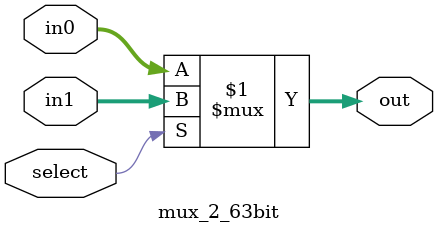
<source format=v>
module mux_2_63bit(out, select, in0, in1);
	input select;
	input [62:0] in0, in1;
	output [62:0] out;
	assign out = select ? in1 : in0;
endmodule
</source>
